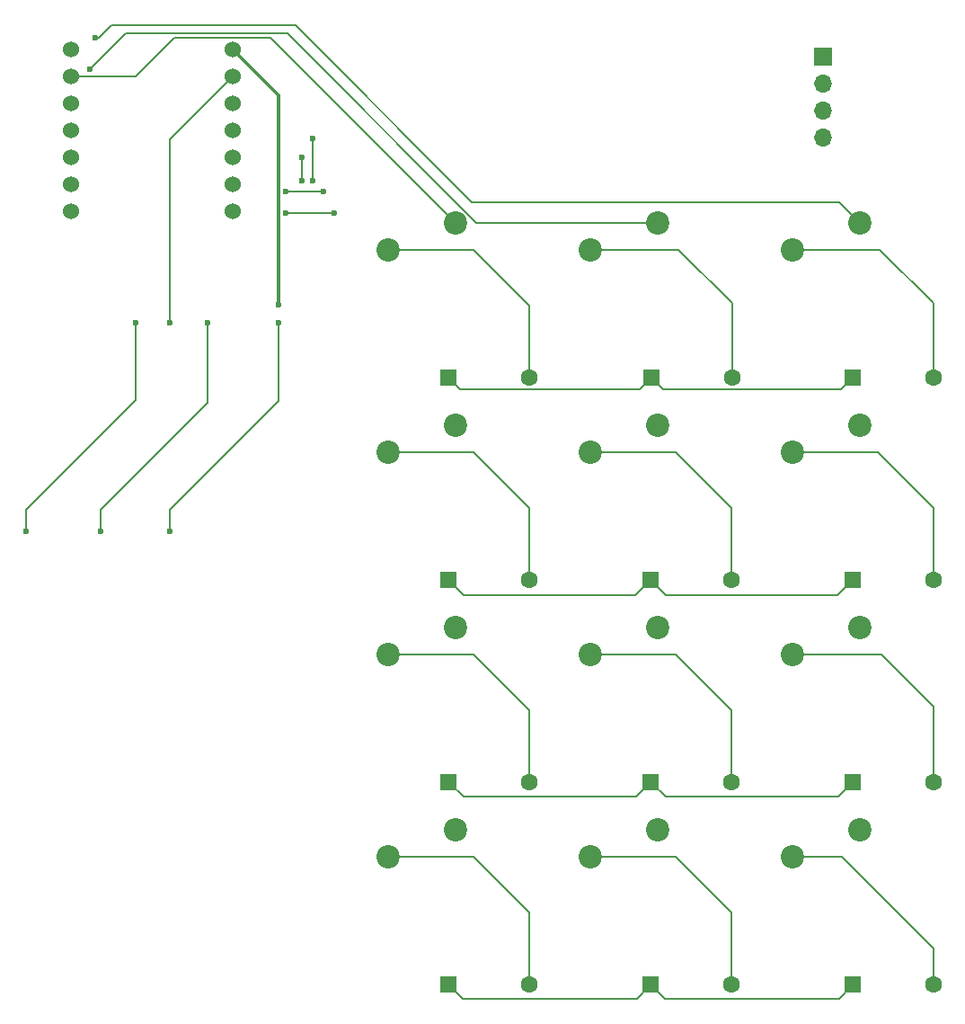
<source format=gbr>
%TF.GenerationSoftware,KiCad,Pcbnew,9.0.6*%
%TF.CreationDate,2025-12-29T13:42:38-07:00*%
%TF.ProjectId,RatPad,52617450-6164-42e6-9b69-6361645f7063,2*%
%TF.SameCoordinates,Original*%
%TF.FileFunction,Copper,L2,Bot*%
%TF.FilePolarity,Positive*%
%FSLAX46Y46*%
G04 Gerber Fmt 4.6, Leading zero omitted, Abs format (unit mm)*
G04 Created by KiCad (PCBNEW 9.0.6) date 2025-12-29 13:42:38*
%MOMM*%
%LPD*%
G01*
G04 APERTURE LIST*
G04 Aperture macros list*
%AMRoundRect*
0 Rectangle with rounded corners*
0 $1 Rounding radius*
0 $2 $3 $4 $5 $6 $7 $8 $9 X,Y pos of 4 corners*
0 Add a 4 corners polygon primitive as box body*
4,1,4,$2,$3,$4,$5,$6,$7,$8,$9,$2,$3,0*
0 Add four circle primitives for the rounded corners*
1,1,$1+$1,$2,$3*
1,1,$1+$1,$4,$5*
1,1,$1+$1,$6,$7*
1,1,$1+$1,$8,$9*
0 Add four rect primitives between the rounded corners*
20,1,$1+$1,$2,$3,$4,$5,0*
20,1,$1+$1,$4,$5,$6,$7,0*
20,1,$1+$1,$6,$7,$8,$9,0*
20,1,$1+$1,$8,$9,$2,$3,0*%
G04 Aperture macros list end*
%TA.AperFunction,ComponentPad*%
%ADD10C,2.200000*%
%TD*%
%TA.AperFunction,ComponentPad*%
%ADD11RoundRect,0.250000X-0.550000X-0.550000X0.550000X-0.550000X0.550000X0.550000X-0.550000X0.550000X0*%
%TD*%
%TA.AperFunction,ComponentPad*%
%ADD12C,1.600000*%
%TD*%
%TA.AperFunction,ComponentPad*%
%ADD13R,1.700000X1.700000*%
%TD*%
%TA.AperFunction,ComponentPad*%
%ADD14O,1.700000X1.700000*%
%TD*%
%TA.AperFunction,ComponentPad*%
%ADD15C,1.524000*%
%TD*%
%TA.AperFunction,ViaPad*%
%ADD16C,0.600000*%
%TD*%
%TA.AperFunction,Conductor*%
%ADD17C,0.200000*%
%TD*%
%TA.AperFunction,Conductor*%
%ADD18C,0.300000*%
%TD*%
G04 APERTURE END LIST*
D10*
%TO.P,SW12,1,1*%
%TO.N,Col 3*%
X185040000Y-131070000D03*
%TO.P,SW12,2,2*%
%TO.N,Net-(D28-A)*%
X178690000Y-133610000D03*
%TD*%
%TO.P,SW11,1,1*%
%TO.N,Col 3*%
X185040000Y-112020000D03*
%TO.P,SW11,2,2*%
%TO.N,Net-(D25-A)*%
X178690000Y-114560000D03*
%TD*%
%TO.P,SW10,1,1*%
%TO.N,Col 3*%
X185040000Y-92970000D03*
%TO.P,SW10,2,2*%
%TO.N,Net-(D22-A)*%
X178690000Y-95510000D03*
%TD*%
%TO.P,SW9,1,1*%
%TO.N,Col 3*%
X185040000Y-73920000D03*
%TO.P,SW9,2,2*%
%TO.N,Net-(D19-A)*%
X178690000Y-76460000D03*
%TD*%
%TO.P,SW8,1,1*%
%TO.N,Col 2*%
X165990000Y-131070000D03*
%TO.P,SW8,2,2*%
%TO.N,Net-(D27-A)*%
X159640000Y-133610000D03*
%TD*%
%TO.P,SW7,1,1*%
%TO.N,Col 2*%
X165990000Y-112020000D03*
%TO.P,SW7,2,2*%
%TO.N,Net-(D24-A)*%
X159640000Y-114560000D03*
%TD*%
%TO.P,SW6,1,1*%
%TO.N,Col 2*%
X165990000Y-92970000D03*
%TO.P,SW6,2,2*%
%TO.N,Net-(D21-A)*%
X159640000Y-95510000D03*
%TD*%
%TO.P,SW5,1,1*%
%TO.N,Col 2*%
X165990000Y-73920000D03*
%TO.P,SW5,2,2*%
%TO.N,Net-(D18-A)*%
X159640000Y-76460000D03*
%TD*%
%TO.P,SW4,1,1*%
%TO.N,Col 1*%
X146940000Y-131070000D03*
%TO.P,SW4,2,2*%
%TO.N,Net-(D26-A)*%
X140590000Y-133610000D03*
%TD*%
%TO.P,SW3,1,1*%
%TO.N,Col 1*%
X146940000Y-112020000D03*
%TO.P,SW3,2,2*%
%TO.N,Net-(D23-A)*%
X140590000Y-114560000D03*
%TD*%
%TO.P,SW2,1,1*%
%TO.N,Col 1*%
X146940000Y-92970000D03*
%TO.P,SW2,2,2*%
%TO.N,Net-(D20-A)*%
X140590000Y-95510000D03*
%TD*%
%TO.P,SW1,1,1*%
%TO.N,Col 1*%
X146940000Y-73920000D03*
%TO.P,SW1,2,2*%
%TO.N,Net-(D17-A)*%
X140590000Y-76460000D03*
%TD*%
D11*
%TO.P,D28,1,K*%
%TO.N,Row 4*%
X184405000Y-145675000D03*
D12*
%TO.P,D28,2,A*%
%TO.N,Net-(D28-A)*%
X192025000Y-145675000D03*
%TD*%
D11*
%TO.P,D27,1,K*%
%TO.N,Row 4*%
X165355000Y-145675000D03*
D12*
%TO.P,D27,2,A*%
%TO.N,Net-(D27-A)*%
X172975000Y-145675000D03*
%TD*%
D11*
%TO.P,D26,1,K*%
%TO.N,Row 4*%
X146305000Y-145675000D03*
D12*
%TO.P,D26,2,A*%
%TO.N,Net-(D26-A)*%
X153925000Y-145675000D03*
%TD*%
D11*
%TO.P,D25,1,K*%
%TO.N,Row 3*%
X184405000Y-126625000D03*
D12*
%TO.P,D25,2,A*%
%TO.N,Net-(D25-A)*%
X192025000Y-126625000D03*
%TD*%
D11*
%TO.P,D24,1,K*%
%TO.N,Row 3*%
X165355000Y-126625000D03*
D12*
%TO.P,D24,2,A*%
%TO.N,Net-(D24-A)*%
X172975000Y-126625000D03*
%TD*%
D11*
%TO.P,D23,1,K*%
%TO.N,Row 3*%
X146305000Y-126625000D03*
D12*
%TO.P,D23,2,A*%
%TO.N,Net-(D23-A)*%
X153925000Y-126625000D03*
%TD*%
D11*
%TO.P,D22,1,K*%
%TO.N,Row 2*%
X184405000Y-107575000D03*
D12*
%TO.P,D22,2,A*%
%TO.N,Net-(D22-A)*%
X192025000Y-107575000D03*
%TD*%
D11*
%TO.P,D21,1,K*%
%TO.N,Row 2*%
X165355000Y-107575000D03*
D12*
%TO.P,D21,2,A*%
%TO.N,Net-(D21-A)*%
X172975000Y-107575000D03*
%TD*%
D11*
%TO.P,D20,1,K*%
%TO.N,Row 2*%
X146305000Y-107575000D03*
D12*
%TO.P,D20,2,A*%
%TO.N,Net-(D20-A)*%
X153925000Y-107575000D03*
%TD*%
D11*
%TO.P,D19,1,K*%
%TO.N,Row 1*%
X184405000Y-88525000D03*
D12*
%TO.P,D19,2,A*%
%TO.N,Net-(D19-A)*%
X192025000Y-88525000D03*
%TD*%
D11*
%TO.P,D18,1,K*%
%TO.N,Row 1*%
X165405000Y-88525000D03*
D12*
%TO.P,D18,2,A*%
%TO.N,Net-(D18-A)*%
X173025000Y-88525000D03*
%TD*%
D11*
%TO.P,D17,1,K*%
%TO.N,Row 1*%
X146305000Y-88525000D03*
D12*
%TO.P,D17,2,A*%
%TO.N,Net-(D17-A)*%
X153925000Y-88525000D03*
%TD*%
D13*
%TO.P,OLED1,1,GND*%
%TO.N,GND*%
X181615000Y-58305000D03*
D14*
%TO.P,OLED1,2,VCC*%
%TO.N,+3.3V*%
X181615000Y-60845000D03*
%TO.P,OLED1,3,SCL*%
%TO.N,Net-(OLED1-SCL)*%
X181615000Y-63385000D03*
%TO.P,OLED1,4,SDA*%
%TO.N,Net-(OLED1-SDA)*%
X181615000Y-65925000D03*
%TD*%
D15*
%TO.P,U1,14,VBUS*%
%TO.N,+5V*%
X126000000Y-57650000D03*
%TO.P,U1,13,GND*%
%TO.N,GND*%
X126000000Y-60190000D03*
%TO.P,U1,12,3V3*%
%TO.N,+3.3V*%
X126000000Y-62730000D03*
%TO.P,U1,11,GPIO3/MOSI*%
%TO.N,Row 3*%
X126000000Y-65270000D03*
%TO.P,U1,10,GPIO4/MISO*%
%TO.N,Row 4*%
X126000000Y-67810000D03*
%TO.P,U1,9,GPIO2/SCK*%
%TO.N,Row 2*%
X126000000Y-70350000D03*
%TO.P,U1,8,GPIO1/RX*%
%TO.N,Row 1*%
X126000000Y-72890000D03*
%TO.P,U1,7,GPIO0/TX*%
%TO.N,unconnected-(U1-GPIO0{slash}TX-Pad7)*%
X110760000Y-72890000D03*
%TO.P,U1,6,GPIO7/SCL*%
%TO.N,Net-(OLED1-SCL)*%
X110760000Y-70350000D03*
%TO.P,U1,5,GPIO6/SDA*%
%TO.N,Net-(OLED1-SDA)*%
X110760000Y-67810000D03*
%TO.P,U1,4,GPIO29/ADC3/A3*%
%TO.N,Col 3*%
X110760000Y-65270000D03*
%TO.P,U1,3,GPIO28/ADC2/A2*%
%TO.N,Col 2*%
X110760000Y-62730000D03*
%TO.P,U1,2,GPIO27/ADC1/A1*%
%TO.N,Col 1*%
X110760000Y-60190000D03*
%TO.P,U1,1,GPIO26/ADC0/A0*%
%TO.N,Net-(D1-DIN)*%
X110760000Y-57650000D03*
%TD*%
D16*
%TO.N,Net-(D12-DOUT)*%
X120000000Y-103000000D03*
%TO.N,Net-(D4-DOUT)*%
X106500000Y-103000000D03*
%TO.N,Net-(D8-DOUT)*%
X113500000Y-103000000D03*
%TO.N,GND*%
X120066250Y-83381250D03*
%TO.N,Col 3*%
X113000000Y-56500000D03*
%TO.N,Col 2*%
X112500000Y-59500000D03*
%TO.N,Row 1*%
X131000000Y-73000000D03*
X135500000Y-73000000D03*
%TO.N,Row 2*%
X134500000Y-71000000D03*
X131000000Y-71000000D03*
%TO.N,Row 3*%
X133500000Y-66000000D03*
X133500000Y-70000000D03*
%TO.N,Row 4*%
X132500000Y-70000000D03*
X132500000Y-67810000D03*
%TO.N,+5V*%
X130286250Y-81631250D03*
%TO.N,Net-(D12-DOUT)*%
X130286250Y-83381250D03*
%TO.N,Net-(D8-DOUT)*%
X123566250Y-83381250D03*
%TO.N,Net-(D4-DOUT)*%
X116846250Y-83381250D03*
%TD*%
D17*
%TO.N,Net-(D4-DOUT)*%
X116846250Y-90653750D02*
X106500000Y-101000000D01*
X106500000Y-101000000D02*
X106500000Y-103000000D01*
X116846250Y-83381250D02*
X116846250Y-90653750D01*
%TO.N,Net-(D8-DOUT)*%
X113500000Y-101000000D02*
X113500000Y-103000000D01*
X123566250Y-90933750D02*
X113500000Y-101000000D01*
X123566250Y-83381250D02*
X123566250Y-90933750D01*
%TO.N,Net-(D12-DOUT)*%
X120000000Y-101000000D02*
X120000000Y-103000000D01*
X130286250Y-90713750D02*
X120000000Y-101000000D01*
X130286250Y-83381250D02*
X130286250Y-90713750D01*
%TO.N,GND*%
X120066250Y-66123750D02*
X120066250Y-83381250D01*
X126000000Y-60190000D02*
X120066250Y-66123750D01*
%TO.N,Col 3*%
X113351000Y-56500000D02*
X113000000Y-56500000D01*
X148500000Y-72000000D02*
X131851000Y-55351000D01*
X131851000Y-55351000D02*
X114500000Y-55351000D01*
X183120000Y-72000000D02*
X148500000Y-72000000D01*
X114500000Y-55351000D02*
X113351000Y-56500000D01*
X185040000Y-73920000D02*
X183120000Y-72000000D01*
%TO.N,Col 2*%
X115901000Y-56099000D02*
X112500000Y-59500000D01*
X131099000Y-56099000D02*
X115901000Y-56099000D01*
X131099000Y-56099000D02*
X148920000Y-73920000D01*
X165990000Y-73920000D02*
X148920000Y-73920000D01*
%TO.N,Col 1*%
X116810000Y-60190000D02*
X110760000Y-60190000D01*
X120500000Y-56500000D02*
X116810000Y-60190000D01*
X129520000Y-56500000D02*
X120500000Y-56500000D01*
X146940000Y-73920000D02*
X129520000Y-56500000D01*
%TO.N,Net-(D28-A)*%
X192025000Y-142293470D02*
X192025000Y-145675000D01*
X183341530Y-133610000D02*
X192025000Y-142293470D01*
X178690000Y-133610000D02*
X183341530Y-133610000D01*
%TO.N,Net-(D27-A)*%
X172975000Y-138896530D02*
X172975000Y-145675000D01*
X167688470Y-133610000D02*
X172975000Y-138896530D01*
X159640000Y-133610000D02*
X167688470Y-133610000D01*
%TO.N,Net-(D26-A)*%
X153925000Y-138896530D02*
X153925000Y-145675000D01*
X140590000Y-133610000D02*
X148638470Y-133610000D01*
X148638470Y-133610000D02*
X153925000Y-138896530D01*
%TO.N,Net-(D25-A)*%
X187060000Y-114560000D02*
X192025000Y-119525000D01*
X178690000Y-114560000D02*
X187060000Y-114560000D01*
X192025000Y-119525000D02*
X192025000Y-126625000D01*
%TO.N,Net-(D24-A)*%
X159640000Y-114560000D02*
X167688470Y-114560000D01*
X167688470Y-114560000D02*
X172975000Y-119846530D01*
X172975000Y-119846530D02*
X172975000Y-126625000D01*
%TO.N,Net-(D23-A)*%
X148638470Y-114560000D02*
X153925000Y-119846530D01*
X140590000Y-114560000D02*
X148638470Y-114560000D01*
X153925000Y-119846530D02*
X153925000Y-126625000D01*
%TO.N,Net-(D19-A)*%
X192025000Y-81525000D02*
X192025000Y-88525000D01*
X186960000Y-76460000D02*
X192025000Y-81525000D01*
X178690000Y-76460000D02*
X186960000Y-76460000D01*
%TO.N,Net-(D18-A)*%
X173025000Y-81525000D02*
X173025000Y-88525000D01*
X167960000Y-76460000D02*
X173025000Y-81525000D01*
X159640000Y-76460000D02*
X167960000Y-76460000D01*
%TO.N,Net-(D22-A)*%
X186738470Y-95510000D02*
X192025000Y-100796530D01*
X192025000Y-100796530D02*
X192025000Y-107575000D01*
X178690000Y-95510000D02*
X186738470Y-95510000D01*
%TO.N,Net-(D21-A)*%
X172975000Y-100796530D02*
X172975000Y-107575000D01*
X167688470Y-95510000D02*
X172975000Y-100796530D01*
X159640000Y-95510000D02*
X167688470Y-95510000D01*
%TO.N,Net-(D20-A)*%
X153925000Y-100796530D02*
X153925000Y-107575000D01*
X148638470Y-95510000D02*
X153925000Y-100796530D01*
X140590000Y-95510000D02*
X148638470Y-95510000D01*
%TO.N,Net-(D17-A)*%
X153925000Y-81746530D02*
X153925000Y-88525000D01*
X148638470Y-76460000D02*
X153925000Y-81746530D01*
X140590000Y-76460000D02*
X148638470Y-76460000D01*
%TO.N,Row 1*%
X135500000Y-73000000D02*
X131000000Y-73000000D01*
%TO.N,Row 2*%
X134500000Y-71000000D02*
X131000000Y-71000000D01*
%TO.N,Row 4*%
X132500000Y-67810000D02*
X132500000Y-70000000D01*
%TO.N,Row 3*%
X133500000Y-70000000D02*
X133500000Y-66000000D01*
%TO.N,Row 4*%
X147630000Y-147000000D02*
X164030000Y-147000000D01*
X146305000Y-145675000D02*
X147630000Y-147000000D01*
X164030000Y-147000000D02*
X165355000Y-145675000D01*
X183080000Y-147000000D02*
X184405000Y-145675000D01*
X166680000Y-147000000D02*
X183080000Y-147000000D01*
X165355000Y-145675000D02*
X166680000Y-147000000D01*
%TO.N,Row 3*%
X166730000Y-128000000D02*
X183030000Y-128000000D01*
X165355000Y-126625000D02*
X166730000Y-128000000D01*
X183030000Y-128000000D02*
X184405000Y-126625000D01*
X163980000Y-128000000D02*
X165355000Y-126625000D01*
X147680000Y-128000000D02*
X163980000Y-128000000D01*
X146305000Y-126625000D02*
X147680000Y-128000000D01*
%TO.N,Row 2*%
X166780000Y-109000000D02*
X182980000Y-109000000D01*
X182980000Y-109000000D02*
X184405000Y-107575000D01*
X165355000Y-107575000D02*
X166780000Y-109000000D01*
X147730000Y-109000000D02*
X163930000Y-109000000D01*
X146305000Y-107575000D02*
X147730000Y-109000000D01*
X163930000Y-109000000D02*
X165355000Y-107575000D01*
%TO.N,Row 1*%
X166506000Y-89626000D02*
X183304000Y-89626000D01*
X183304000Y-89626000D02*
X184405000Y-88525000D01*
X165405000Y-88525000D02*
X166506000Y-89626000D01*
X164304000Y-89626000D02*
X165405000Y-88525000D01*
X147406000Y-89626000D02*
X164304000Y-89626000D01*
X146305000Y-88525000D02*
X147406000Y-89626000D01*
D18*
%TO.N,+5V*%
X130286250Y-61936250D02*
X130286250Y-81631250D01*
X126000000Y-57650000D02*
X130286250Y-61936250D01*
%TD*%
M02*

</source>
